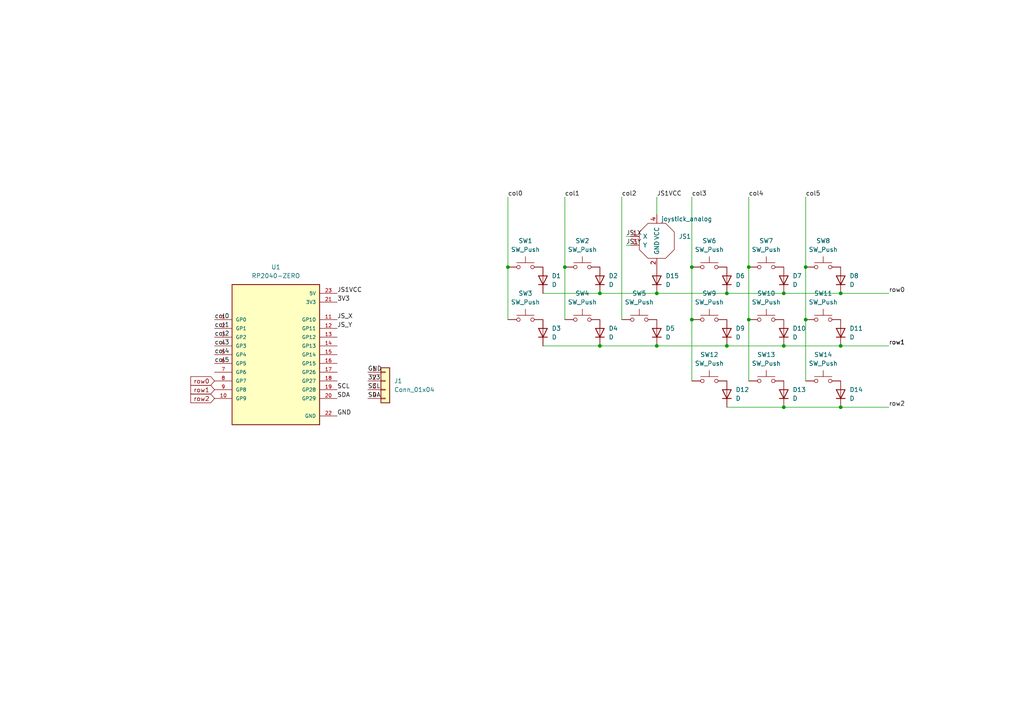
<source format=kicad_sch>
(kicad_sch (version 20250114) (generator "eeschema") (generator_version "9.0")
  (paper "A4")
  (lib_symbols
    (symbol "Connector_Generic:Conn_01x04" (pin_names (offset 1.016) (hide yes))
      (property "Reference" "J" (at 0 5.08 0))
      (property "Value" "Conn_01x04" (at 0 -7.62 0))
      (symbol "Conn_01x04_1_1"
        (rectangle (start -1.27 3.81) (end 1.27 -6.35) (stroke (width 0.254)) (fill (type background)))
        (rectangle (start -1.27 2.667) (end 0 2.413) (stroke (width 0.1524)))
        (rectangle (start -1.27 0.127) (end 0 -0.127) (stroke (width 0.1524)))
        (rectangle (start -1.27 -2.413) (end 0 -2.667) (stroke (width 0.1524)))
        (rectangle (start -1.27 -4.953) (end 0 -5.207) (stroke (width 0.1524)))
        (pin passive line (at -5.08 2.54 0) (length 3.81) (name "Pin_1") (number "1"))
        (pin passive line (at -5.08 0 0) (length 3.81) (name "Pin_2") (number "2"))
        (pin passive line (at -5.08 -2.54 0) (length 3.81) (name "Pin_3") (number "3"))
        (pin passive line (at -5.08 -5.08 0) (length 3.81) (name "Pin_4") (number "4"))
      )
    )
    (symbol "Device:D" (pin_numbers (hide yes)) (pin_names (offset 1.016) (hide yes))
      (property "Reference" "D" (at 0 2.54 0))
      (property "Value" "D" (at 0 -2.54 0))
      (symbol "D_0_1"
        (polyline (pts (xy -1.27 1.27) (xy -1.27 -1.27)) (stroke (width 0.254)))
        (polyline (pts (xy 1.27 1.27) (xy 1.27 -1.27) (xy -1.27 0) (xy 1.27 1.27)) (stroke (width 0.254)))
        (polyline (pts (xy 1.27 0) (xy -1.27 0)))
      )
      (symbol "D_1_1"
        (pin passive line (at -3.81 0 0) (length 2.54) (name "K") (number "1"))
        (pin passive line (at 3.81 0 180) (length 2.54) (name "A") (number "2"))
      )
    )
    (symbol "PCM_marbastlib-various:joystick_analog" (pin_names (offset 1.016))
      (property "Reference" "JS" (at -5.08 5.08 0))
      (property "Value" "joystick_analog" (at -8.89 7.62 0))
      (symbol "joystick_analog_0_1"
        (polyline (pts (xy -5.08 2.54) (xy -5.08 -2.54) (xy -2.54 -5.08) (xy 1.27 -5.08) (xy 2.54 -5.08) (xy 5.08 -2.54) (xy 5.08 2.54) (xy 2.54 5.08) (xy -2.54 5.08) (xy -5.08 2.54)))
      )
      (symbol "joystick_analog_1_1"
        (pin output line (at -7.62 1.27 0) (length 2.54) (name "X") (number "1"))
        (pin output line (at -7.62 -1.27 0) (length 2.54) (name "Y") (number "3"))
        (pin power_in line (at 0 7.62 270) (length 2.54) (name "VCC") (number "4"))
        (pin power_in line (at 0 -7.62 90) (length 2.54) (name "GND") (number "2"))
      )
    )
    (symbol "RP2040-ZERO:RP2040-ZERO" (pin_names (offset 1.016))
      (property "Reference" "U" (at -12.7 21.082 0))
      (property "Value" "RP2040-ZERO" (at -12.7 -22.86 0))
      (symbol "RP2040-ZERO_0_0"
        (rectangle (start -12.7 -20.32) (end 12.7 20.32) (stroke (width 0.254)) (fill (type background)))
        (pin bidirectional line (at -17.78 10.16 0) (length 5.08) (name "GP0") (number "1"))
        (pin bidirectional line (at -17.78 7.62 0) (length 5.08) (name "GP1") (number "2"))
        (pin bidirectional line (at -17.78 5.08 0) (length 5.08) (name "GP2") (number "3"))
        (pin bidirectional line (at -17.78 2.54 0) (length 5.08) (name "GP3") (number "4"))
        (pin bidirectional line (at -17.78 0 0) (length 5.08) (name "GP4") (number "5"))
        (pin bidirectional line (at -17.78 -2.54 0) (length 5.08) (name "GP5") (number "6"))
        (pin bidirectional line (at -17.78 -5.08 0) (length 5.08) (name "GP6") (number "7"))
        (pin bidirectional line (at -17.78 -7.62 0) (length 5.08) (name "GP7") (number "8"))
        (pin bidirectional line (at -17.78 -10.16 0) (length 5.08) (name "GP8") (number "9"))
        (pin bidirectional line (at -17.78 -12.7 0) (length 5.08) (name "GP9") (number "10"))
        (pin power_in line (at 17.78 17.78 180) (length 5.08) (name "5V") (number "23"))
        (pin power_in line (at 17.78 15.24 180) (length 5.08) (name "3V3") (number "21"))
        (pin bidirectional line (at 17.78 10.16 180) (length 5.08) (name "GP10") (number "11"))
        (pin bidirectional line (at 17.78 7.62 180) (length 5.08) (name "GP11") (number "12"))
        (pin bidirectional line (at 17.78 5.08 180) (length 5.08) (name "GP12") (number "13"))
        (pin bidirectional line (at 17.78 2.54 180) (length 5.08) (name "GP13") (number "14"))
        (pin bidirectional line (at 17.78 0 180) (length 5.08) (name "GP14") (number "15"))
        (pin bidirectional line (at 17.78 -2.54 180) (length 5.08) (name "GP15") (number "16"))
        (pin bidirectional line (at 17.78 -5.08 180) (length 5.08) (name "GP26") (number "17"))
        (pin bidirectional line (at 17.78 -7.62 180) (length 5.08) (name "GP27") (number "18"))
        (pin bidirectional line (at 17.78 -10.16 180) (length 5.08) (name "GP28") (number "19"))
        (pin bidirectional line (at 17.78 -12.7 180) (length 5.08) (name "GP29") (number "20"))
        (pin power_in line (at 17.78 -17.78 180) (length 5.08) (name "GND") (number "22"))
      )
    )
    (symbol "Switch:SW_Push" (pin_numbers (hide yes)) (pin_names (offset 1.016) (hide yes))
      (property "Reference" "SW" (at 1.27 2.54 0))
      (property "Value" "SW_Push" (at 0 -1.524 0))
      (symbol "SW_Push_0_1"
        (circle (center -2.032 0) (radius 0.508))
        (polyline (pts (xy 0 1.27) (xy 0 3.048)))
        (circle (center 2.032 0) (radius 0.508))
        (polyline (pts (xy 2.54 1.27) (xy -2.54 1.27)))
        (pin passive line (at -5.08 0 0) (length 2.54) (name "1") (number "1"))
        (pin passive line (at 5.08 0 180) (length 2.54) (name "2") (number "2"))
      )
    )
  )
  (junction (at 243.84 85.09))
  (junction (at 190.5 85.09))
  (junction (at 200.66 77.47))
  (junction (at 227.33 85.09))
  (junction (at 233.68 77.47))
  (junction (at 217.17 77.47))
  (junction (at 163.83 77.47))
  (junction (at 173.99 100.33))
  (junction (at 200.66 92.71))
  (junction (at 190.5 100.33))
  (junction (at 147.32 77.47))
  (junction (at 227.33 100.33))
  (junction (at 210.82 85.09))
  (junction (at 173.99 85.09))
  (junction (at 227.33 118.11))
  (junction (at 210.82 100.33))
  (junction (at 217.17 92.71))
  (junction (at 243.84 118.11))
  (junction (at 243.84 100.33))
  (junction (at 233.68 92.71))
  (wire (pts (xy 243.84 85.09) (xy 257.81 85.09)))
  (wire (pts (xy 243.84 100.33) (xy 257.81 100.33)))
  (wire (pts (xy 227.33 85.09) (xy 243.84 85.09)))
  (wire (pts (xy 181.61 71.12) (xy 182.88 71.12)))
  (wire (pts (xy 173.99 100.33) (xy 157.48 100.33)))
  (wire (pts (xy 233.68 77.47) (xy 233.68 92.71)))
  (wire (pts (xy 233.68 57.15) (xy 233.68 77.47)))
  (wire (pts (xy 200.66 57.15) (xy 200.66 77.47)))
  (wire (pts (xy 163.83 77.47) (xy 163.83 92.71)))
  (wire (pts (xy 233.68 92.71) (xy 233.68 110.49)))
  (wire (pts (xy 200.66 92.71) (xy 200.66 110.49)))
  (wire (pts (xy 243.84 118.11) (xy 257.81 118.11)))
  (wire (pts (xy 180.34 57.15) (xy 180.34 92.71)))
  (wire (pts (xy 210.82 100.33) (xy 227.33 100.33)))
  (wire (pts (xy 210.82 85.09) (xy 227.33 85.09)))
  (wire (pts (xy 210.82 118.11) (xy 227.33 118.11)))
  (wire (pts (xy 217.17 57.15) (xy 217.17 77.47)))
  (wire (pts (xy 190.5 85.09) (xy 210.82 85.09)))
  (wire (pts (xy 173.99 85.09) (xy 190.5 85.09)))
  (wire (pts (xy 190.5 57.15) (xy 190.5 62.23)))
  (wire (pts (xy 147.32 57.15) (xy 147.32 77.47)))
  (wire (pts (xy 190.5 100.33) (xy 210.82 100.33)))
  (wire (pts (xy 163.83 57.15) (xy 163.83 77.47)))
  (wire (pts (xy 181.61 68.58) (xy 182.88 68.58)))
  (wire (pts (xy 217.17 92.71) (xy 217.17 110.49)))
  (wire (pts (xy 200.66 77.47) (xy 200.66 92.71)))
  (wire (pts (xy 173.99 100.33) (xy 190.5 100.33)))
  (wire (pts (xy 147.32 77.47) (xy 147.32 92.71)))
  (wire (pts (xy 227.33 100.33) (xy 243.84 100.33)))
  (wire (pts (xy 217.17 77.47) (xy 217.17 92.71)))
  (wire (pts (xy 157.48 85.09) (xy 173.99 85.09)))
  (wire (pts (xy 227.33 118.11) (xy 243.84 118.11)))
  (label "3V3" (at 106.68 110.49 0))
  (label "row1" (at 257.81 100.33 0))
  (label "SCL" (at 106.68 113.03 0))
  (label "JS_X" (at 97.79 92.71 0))
  (label "JS_Y" (at 97.79 95.25 0))
  (label "col2" (at 62.23 97.79 0))
  (label "JS1VCC" (at 97.79 85.09 0))
  (label "col1" (at 163.83 57.15 0))
  (label "SDA" (at 97.79 115.57 0))
  (label "JS1VCC" (at 190.5 57.15 0))
  (label "col4" (at 62.23 102.87 0))
  (label "SDA" (at 106.68 115.57 0))
  (label "row0" (at 257.81 85.09 0))
  (label "col0" (at 62.23 92.71 0))
  (label "col1" (at 62.23 95.25 0))
  (label "JS_X" (at 181.61 68.58 0))
  (label "row2" (at 257.81 118.11 0))
  (label "JS_Y" (at 181.61 71.12 0))
  (label "col0" (at 147.32 57.15 0))
  (label "col3" (at 200.66 57.15 0))
  (label "3V3" (at 97.79 87.63 0))
  (label "col5" (at 233.68 57.15 0))
  (label "col3" (at 62.23 100.33 0))
  (label "row1" (at 257.81 100.33 0))
  (label "GND" (at 97.79 120.65 0))
  (label "col2" (at 180.34 57.15 0))
  (label "GND" (at 106.68 107.95 0))
  (label "col5" (at 62.23 105.41 0))
  (label "SCL" (at 97.79 113.03 0))
  (label "col4" (at 217.17 57.15 0))
  (global_label "row2" (shape input) (at 62.23 115.57 180) (property "Intersheetrefs" "${INTERSHEET_REFS}" (effects (hide yes))))
  (global_label "row1" (shape input) (at 62.23 113.03 180) (property "Intersheetrefs" "${INTERSHEET_REFS}" (effects (hide yes))))
  (global_label "row0" (shape input) (at 62.23 110.49 180) (property "Intersheetrefs" "${INTERSHEET_REFS}" (effects (hide yes))))
  (symbol (lib_id "Switch:SW_Push") (at 222.25 77.47 0) (unit 1)
    (property "Reference" "SW7" (at 222.25 69.85 0))
    (property "Value" "SW_Push" (at 222.25 72.39 0))
    (property "Footprint" "Button_Switch_Keyboard:SW_Cherry_MX_1.00u_PCB" (effects (hide yes)))
    (property "Description" "Push button switch, generic, two pins" (effects (hide yes)))
  )
  (symbol (lib_id "Device:D") (at 157.48 96.52 90) (unit 1)
    (property "Reference" "D3" (at 160.02 95.2499 90) (effects (justify right)))
    (property "Value" "D" (at 160.02 97.7899 90) (effects (justify right)))
    (property "Footprint" "Diode_THT:D_DO-35_SOD27_P7.62mm_Horizontal" (effects (hide yes)))
    (property "Description" "Diode" (effects (hide yes)))
    (property "Sim.Device" "D" (effects (hide yes)))
    (property "Sim.Pins" "1=K 2=A" (effects (hide yes)))
  )
  (symbol (lib_id "Device:D") (at 227.33 96.52 90) (unit 1)
    (property "Reference" "D10" (at 229.87 95.2499 90) (effects (justify right)))
    (property "Value" "D" (at 229.87 97.7899 90) (effects (justify right)))
    (property "Footprint" "Diode_THT:D_DO-35_SOD27_P7.62mm_Horizontal" (effects (hide yes)))
    (property "Description" "Diode" (effects (hide yes)))
    (property "Sim.Device" "D" (effects (hide yes)))
    (property "Sim.Pins" "1=K 2=A" (effects (hide yes)))
  )
  (symbol (lib_id "Connector_Generic:Conn_01x04") (at 111.76 110.49 0) (unit 1)
    (property "Reference" "J1" (at 114.3 110.4899 0) (effects (justify left)))
    (property "Value" "Conn_01x04" (at 114.3 113.0299 0) (effects (justify left)))
    (property "Footprint" "Connector_PinHeader_2.54mm:PinHeader_1x04_P2.54mm_Horizontal" (effects (hide yes)))
    (property "Description" "Generic connector, single row, 01x04, script generated (kicad-library-utils/schlib/autogen/connector/)" (effects (hide yes)))
  )
  (symbol (lib_id "Switch:SW_Push") (at 205.74 110.49 0) (unit 1)
    (property "Reference" "SW12" (at 205.74 102.87 0))
    (property "Value" "SW_Push" (at 205.74 105.41 0))
    (property "Footprint" "Button_Switch_Keyboard:SW_Cherry_MX_1.00u_PCB" (effects (hide yes)))
    (property "Description" "Push button switch, generic, two pins" (effects (hide yes)))
  )
  (symbol (lib_id "Switch:SW_Push") (at 168.91 92.71 0) (unit 1)
    (property "Reference" "SW4" (at 168.91 85.09 0))
    (property "Value" "SW_Push" (at 168.91 87.63 0))
    (property "Footprint" "Button_Switch_Keyboard:SW_Cherry_MX_1.00u_PCB" (effects (hide yes)))
    (property "Description" "Push button switch, generic, two pins" (effects (hide yes)))
  )
  (symbol (lib_id "Device:D") (at 227.33 81.28 90) (unit 1)
    (property "Reference" "D7" (at 229.87 80.0099 90) (effects (justify right)))
    (property "Value" "D" (at 229.87 82.5499 90) (effects (justify right)))
    (property "Footprint" "Diode_THT:D_DO-35_SOD27_P7.62mm_Horizontal" (effects (hide yes)))
    (property "Description" "Diode" (effects (hide yes)))
    (property "Sim.Device" "D" (effects (hide yes)))
    (property "Sim.Pins" "1=K 2=A" (effects (hide yes)))
  )
  (symbol (lib_id "Switch:SW_Push") (at 222.25 92.71 0) (unit 1)
    (property "Reference" "SW10" (at 222.25 85.09 0))
    (property "Value" "SW_Push" (at 222.25 87.63 0))
    (property "Footprint" "Button_Switch_Keyboard:SW_Cherry_MX_1.00u_PCB" (effects (hide yes)))
    (property "Description" "Push button switch, generic, two pins" (effects (hide yes)))
  )
  (symbol (lib_id "Switch:SW_Push") (at 205.74 92.71 0) (unit 1)
    (property "Reference" "SW9" (at 205.74 85.09 0))
    (property "Value" "SW_Push" (at 205.74 87.63 0))
    (property "Footprint" "Button_Switch_Keyboard:SW_Cherry_MX_1.00u_PCB" (effects (hide yes)))
    (property "Description" "Push button switch, generic, two pins" (effects (hide yes)))
  )
  (symbol (lib_id "Device:D") (at 210.82 96.52 90) (unit 1)
    (property "Reference" "D9" (at 213.36 95.2499 90) (effects (justify right)))
    (property "Value" "D" (at 213.36 97.7899 90) (effects (justify right)))
    (property "Footprint" "Diode_THT:D_DO-35_SOD27_P7.62mm_Horizontal" (effects (hide yes)))
    (property "Description" "Diode" (effects (hide yes)))
    (property "Sim.Device" "D" (effects (hide yes)))
    (property "Sim.Pins" "1=K 2=A" (effects (hide yes)))
  )
  (symbol (lib_id "Device:D") (at 190.5 96.52 90) (unit 1)
    (property "Reference" "D5" (at 193.04 95.2499 90) (effects (justify right)))
    (property "Value" "D" (at 193.04 97.7899 90) (effects (justify right)))
    (property "Footprint" "Diode_THT:D_DO-35_SOD27_P7.62mm_Horizontal" (effects (hide yes)))
    (property "Description" "Diode" (effects (hide yes)))
    (property "Sim.Device" "D" (effects (hide yes)))
    (property "Sim.Pins" "1=K 2=A" (effects (hide yes)))
  )
  (symbol (lib_id "Device:D") (at 173.99 96.52 90) (unit 1)
    (property "Reference" "D4" (at 176.53 95.2499 90) (effects (justify right)))
    (property "Value" "D" (at 176.53 97.7899 90) (effects (justify right)))
    (property "Footprint" "Diode_THT:D_DO-35_SOD27_P7.62mm_Horizontal" (effects (hide yes)))
    (property "Description" "Diode" (effects (hide yes)))
    (property "Sim.Device" "D" (effects (hide yes)))
    (property "Sim.Pins" "1=K 2=A" (effects (hide yes)))
  )
  (symbol (lib_id "Device:D") (at 190.5 81.28 90) (unit 1)
    (property "Reference" "D15" (at 193.04 80.0099 90) (effects (justify right)))
    (property "Value" "D" (at 193.04 82.5499 90) (effects (justify right)))
    (property "Footprint" "Diode_THT:D_DO-35_SOD27_P7.62mm_Horizontal" (effects (hide yes)))
    (property "Description" "Diode" (effects (hide yes)))
    (property "Sim.Device" "D" (effects (hide yes)))
    (property "Sim.Pins" "1=K 2=A" (effects (hide yes)))
  )
  (symbol (lib_id "Switch:SW_Push") (at 238.76 92.71 0) (unit 1)
    (property "Reference" "SW11" (at 238.76 85.09 0))
    (property "Value" "SW_Push" (at 238.76 87.63 0))
    (property "Footprint" "Button_Switch_Keyboard:SW_Cherry_MX_1.00u_PCB" (effects (hide yes)))
    (property "Description" "Push button switch, generic, two pins" (effects (hide yes)))
  )
  (symbol (lib_id "Switch:SW_Push") (at 238.76 110.49 0) (unit 1)
    (property "Reference" "SW14" (at 238.76 102.87 0))
    (property "Value" "SW_Push" (at 238.76 105.41 0))
    (property "Footprint" "Button_Switch_Keyboard:SW_Cherry_MX_1.00u_PCB" (effects (hide yes)))
    (property "Description" "Push button switch, generic, two pins" (effects (hide yes)))
  )
  (symbol (lib_id "Device:D") (at 210.82 81.28 90) (unit 1)
    (property "Reference" "D6" (at 213.36 80.0099 90) (effects (justify right)))
    (property "Value" "D" (at 213.36 82.5499 90) (effects (justify right)))
    (property "Footprint" "Diode_THT:D_DO-35_SOD27_P7.62mm_Horizontal" (effects (hide yes)))
    (property "Description" "Diode" (effects (hide yes)))
    (property "Sim.Device" "D" (effects (hide yes)))
    (property "Sim.Pins" "1=K 2=A" (effects (hide yes)))
  )
  (symbol (lib_id "Switch:SW_Push") (at 238.76 77.47 0) (unit 1)
    (property "Reference" "SW8" (at 238.76 69.85 0))
    (property "Value" "SW_Push" (at 238.76 72.39 0))
    (property "Footprint" "Button_Switch_Keyboard:SW_Cherry_MX_1.00u_PCB" (effects (hide yes)))
    (property "Description" "Push button switch, generic, two pins" (effects (hide yes)))
  )
  (symbol (lib_id "Device:D") (at 157.48 81.28 90) (unit 1)
    (property "Reference" "D1" (at 160.02 80.0099 90) (effects (justify right)))
    (property "Value" "D" (at 160.02 82.5499 90) (effects (justify right)))
    (property "Footprint" "Diode_THT:D_DO-35_SOD27_P7.62mm_Horizontal" (effects (hide yes)))
    (property "Description" "Diode" (effects (hide yes)))
    (property "Sim.Device" "D" (effects (hide yes)))
    (property "Sim.Pins" "1=K 2=A" (effects (hide yes)))
  )
  (symbol (lib_id "Switch:SW_Push") (at 152.4 92.71 0) (unit 1)
    (property "Reference" "SW3" (at 152.4 85.09 0))
    (property "Value" "SW_Push" (at 152.4 87.63 0))
    (property "Footprint" "Button_Switch_Keyboard:SW_Cherry_MX_1.00u_PCB" (effects (hide yes)))
    (property "Description" "Push button switch, generic, two pins" (effects (hide yes)))
  )
  (symbol (lib_id "RP2040-ZERO:RP2040-ZERO") (at 80.01 102.87 0) (unit 1)
    (property "Reference" "U1" (at 80.01 77.47 0))
    (property "Value" "RP2040-ZERO" (at 80.01 80.01 0))
    (property "Footprint" "RP2040-ZERO:MODULE_RP2040-ZERO" (effects (hide yes)))
    (property "MF" "Waveshare Electronics" (effects (hide yes)))
    (property "MAXIMUM_PACKAGE_HEIGHT" "5.35mm" (effects (hide yes)))
    (property "Package" "Package" (effects (hide yes)))
    (property "Price" "None" (effects (hide yes)))
    (property "Check_prices" "https://www.snapeda.com/parts/RP2040-ZERO/Waveshare+Electronics/view-part/?ref=eda" (effects (hide yes)))
    (property "STANDARD" "Manufacturer Recommendations" (effects (hide yes)))
    (property "PARTREV" "NA" (effects (hide yes)))
    (property "SnapEDA_Link" "https://www.snapeda.com/parts/RP2040-ZERO/Waveshare+Electronics/view-part/?ref=snap" (effects (hide yes)))
    (property "MP" "RP2040-ZERO" (effects (hide yes)))
    (property "Description_1" "Low-Cost, High-Performance Pico-Like MCU Board Based On Raspberry Pi Microcontroller RP2040" (effects (hide yes)))
    (property "Availability" "Not in stock" (effects (hide yes)))
    (property "MANUFACTURER" "Waveshare" (effects (hide yes)))
  )
  (symbol (lib_id "Device:D") (at 173.99 81.28 90) (unit 1)
    (property "Reference" "D2" (at 176.53 80.0099 90) (effects (justify right)))
    (property "Value" "D" (at 176.53 82.5499 90) (effects (justify right)))
    (property "Footprint" "Diode_THT:D_DO-35_SOD27_P7.62mm_Horizontal" (effects (hide yes)))
    (property "Description" "Diode" (effects (hide yes)))
    (property "Sim.Device" "D" (effects (hide yes)))
    (property "Sim.Pins" "1=K 2=A" (effects (hide yes)))
  )
  (symbol (lib_id "Switch:SW_Push") (at 168.91 77.47 0) (unit 1)
    (property "Reference" "SW2" (at 168.91 69.85 0))
    (property "Value" "SW_Push" (at 168.91 72.39 0))
    (property "Footprint" "Button_Switch_Keyboard:SW_Cherry_MX_1.00u_PCB" (effects (hide yes)))
    (property "Description" "Push button switch, generic, two pins" (effects (hide yes)))
  )
  (symbol (lib_id "Switch:SW_Push") (at 152.4 77.47 0) (unit 1)
    (property "Reference" "SW1" (at 152.4 69.85 0))
    (property "Value" "SW_Push" (at 152.4 72.39 0))
    (property "Footprint" "Button_Switch_Keyboard:SW_Cherry_MX_1.00u_PCB" (effects (hide yes)))
    (property "Description" "Push button switch, generic, two pins" (effects (hide yes)))
  )
  (symbol (lib_id "PCM_marbastlib-various:joystick_analog") (at 190.5 69.85 0) (unit 1)
    (property "Reference" "JS1" (at 196.85 68.5799 0) (effects (justify left)))
    (property "Value" "joystick_analog" (at 191.77 63.5 0) (effects (justify left)))
    (property "Footprint" "joy:SW_SKRHABE010_SMD" (effects (hide yes)))
  )
  (symbol (lib_id "Switch:SW_Push") (at 205.74 77.47 0) (unit 1)
    (property "Reference" "SW6" (at 205.74 69.85 0))
    (property "Value" "SW_Push" (at 205.74 72.39 0))
    (property "Footprint" "Button_Switch_Keyboard:SW_Cherry_MX_1.00u_PCB" (effects (hide yes)))
    (property "Description" "Push button switch, generic, two pins" (effects (hide yes)))
  )
  (symbol (lib_id "Device:D") (at 243.84 81.28 90) (unit 1)
    (property "Reference" "D8" (at 246.38 80.0099 90) (effects (justify right)))
    (property "Value" "D" (at 246.38 82.5499 90) (effects (justify right)))
    (property "Footprint" "Diode_THT:D_DO-35_SOD27_P7.62mm_Horizontal" (effects (hide yes)))
    (property "Description" "Diode" (effects (hide yes)))
    (property "Sim.Device" "D" (effects (hide yes)))
    (property "Sim.Pins" "1=K 2=A" (effects (hide yes)))
  )
  (symbol (lib_id "Switch:SW_Push") (at 185.42 92.71 0) (unit 1)
    (property "Reference" "SW5" (at 185.42 85.09 0))
    (property "Value" "SW_Push" (at 185.42 87.63 0))
    (property "Footprint" "Button_Switch_Keyboard:SW_Cherry_MX_1.00u_PCB" (effects (hide yes)))
    (property "Description" "Push button switch, generic, two pins" (effects (hide yes)))
  )
  (symbol (lib_id "Device:D") (at 227.33 114.3 90) (unit 1)
    (property "Reference" "D13" (at 229.87 113.0299 90) (effects (justify right)))
    (property "Value" "D" (at 229.87 115.5699 90) (effects (justify right)))
    (property "Footprint" "Diode_THT:D_DO-35_SOD27_P7.62mm_Horizontal" (effects (hide yes)))
    (property "Description" "Diode" (effects (hide yes)))
    (property "Sim.Device" "D" (effects (hide yes)))
    (property "Sim.Pins" "1=K 2=A" (effects (hide yes)))
  )
  (symbol (lib_id "Switch:SW_Push") (at 222.25 110.49 0) (unit 1)
    (property "Reference" "SW13" (at 222.25 102.87 0))
    (property "Value" "SW_Push" (at 222.25 105.41 0))
    (property "Footprint" "Button_Switch_Keyboard:SW_Cherry_MX_1.00u_PCB" (effects (hide yes)))
    (property "Description" "Push button switch, generic, two pins" (effects (hide yes)))
  )
  (symbol (lib_id "Device:D") (at 243.84 114.3 90) (unit 1)
    (property "Reference" "D14" (at 246.38 113.0299 90) (effects (justify right)))
    (property "Value" "D" (at 246.38 115.5699 90) (effects (justify right)))
    (property "Footprint" "Diode_THT:D_DO-35_SOD27_P7.62mm_Horizontal" (effects (hide yes)))
    (property "Description" "Diode" (effects (hide yes)))
    (property "Sim.Device" "D" (effects (hide yes)))
    (property "Sim.Pins" "1=K 2=A" (effects (hide yes)))
  )
  (symbol (lib_id "Device:D") (at 243.84 96.52 90) (unit 1)
    (property "Reference" "D11" (at 246.38 95.2499 90) (effects (justify right)))
    (property "Value" "D" (at 246.38 97.7899 90) (effects (justify right)))
    (property "Footprint" "Diode_THT:D_DO-35_SOD27_P7.62mm_Horizontal" (effects (hide yes)))
    (property "Description" "Diode" (effects (hide yes)))
    (property "Sim.Device" "D" (effects (hide yes)))
    (property "Sim.Pins" "1=K 2=A" (effects (hide yes)))
  )
  (symbol (lib_id "Device:D") (at 210.82 114.3 90) (unit 1)
    (property "Reference" "D12" (at 213.36 113.0299 90) (effects (justify right)))
    (property "Value" "D" (at 213.36 115.5699 90) (effects (justify right)))
    (property "Footprint" "Diode_THT:D_DO-35_SOD27_P7.62mm_Horizontal" (effects (hide yes)))
    (property "Description" "Diode" (effects (hide yes)))
    (property "Sim.Device" "D" (effects (hide yes)))
    (property "Sim.Pins" "1=K 2=A" (effects (hide yes)))
  )
)
</source>
